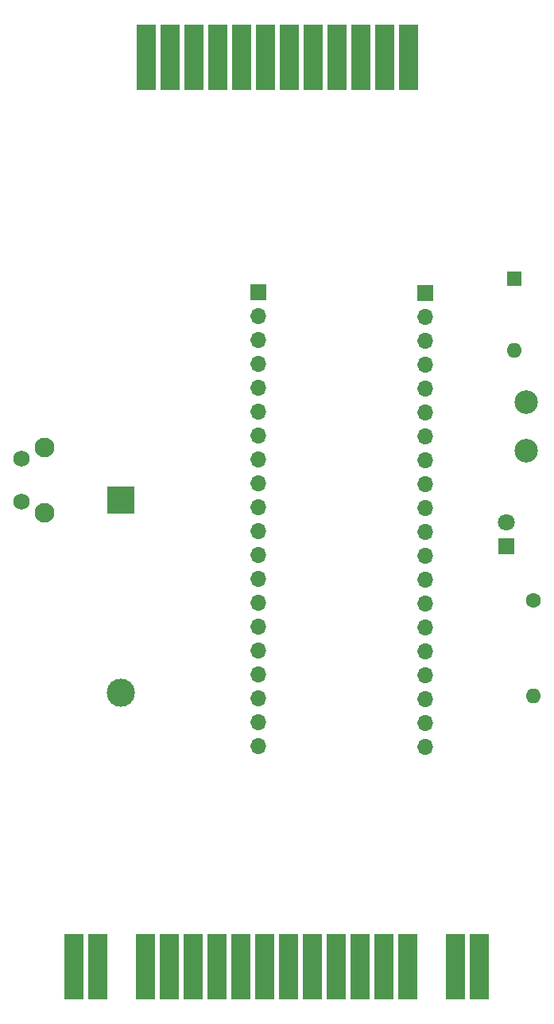
<source format=gbr>
%TF.GenerationSoftware,KiCad,Pcbnew,8.0.6*%
%TF.CreationDate,2024-11-26T16:01:51+01:00*%
%TF.ProjectId,PicoA10400,5069636f-4131-4303-9430-302e6b696361,rev?*%
%TF.SameCoordinates,Original*%
%TF.FileFunction,Soldermask,Bot*%
%TF.FilePolarity,Negative*%
%FSLAX46Y46*%
G04 Gerber Fmt 4.6, Leading zero omitted, Abs format (unit mm)*
G04 Created by KiCad (PCBNEW 8.0.6) date 2024-11-26 16:01:51*
%MOMM*%
%LPD*%
G01*
G04 APERTURE LIST*
%ADD10C,2.500000*%
%ADD11R,1.600000X1.600000*%
%ADD12O,1.600000X1.600000*%
%ADD13C,1.600000*%
%ADD14R,3.000000X3.000000*%
%ADD15C,3.000000*%
%ADD16R,1.700000X1.700000*%
%ADD17O,1.700000X1.700000*%
%ADD18R,2.000000X7.000000*%
%ADD19C,2.100000*%
%ADD20C,1.750000*%
%ADD21R,1.800000X1.800000*%
%ADD22C,1.800000*%
G04 APERTURE END LIST*
D10*
%TO.C,TP2*%
X131630000Y-140685000D03*
%TD*%
%TO.C,TP1*%
X131630000Y-145875000D03*
%TD*%
D11*
%TO.C,D1*%
X130290000Y-127535000D03*
D12*
X130290000Y-135155000D03*
%TD*%
D13*
%TO.C,R1*%
X132340000Y-161725000D03*
D12*
X132340000Y-171885000D03*
%TD*%
D14*
%TO.C,C1*%
X88390000Y-151120000D03*
D15*
X88390000Y-171610000D03*
%TD*%
D16*
%TO.C,J2*%
X120865000Y-129050000D03*
D17*
X120865000Y-131590000D03*
X120865000Y-134130000D03*
X120865000Y-136670000D03*
X120865000Y-139210000D03*
X120865000Y-141750000D03*
X120865000Y-144290000D03*
X120865000Y-146830000D03*
X120865000Y-149370000D03*
X120865000Y-151910000D03*
X120865000Y-154450000D03*
X120865000Y-156990000D03*
X120865000Y-159530000D03*
X120865000Y-162070000D03*
X120865000Y-164610000D03*
X120865000Y-167150000D03*
X120865000Y-169690000D03*
X120865000Y-172230000D03*
X120865000Y-174770000D03*
X120865000Y-177310000D03*
%TD*%
D16*
%TO.C,J1*%
X103065000Y-129015000D03*
D17*
X103065000Y-131555000D03*
X103065000Y-134095000D03*
X103065000Y-136635000D03*
X103065000Y-139175000D03*
X103065000Y-141715000D03*
X103065000Y-144255000D03*
X103065000Y-146795000D03*
X103065000Y-149335000D03*
X103065000Y-151875000D03*
X103065000Y-154415000D03*
X103065000Y-156955000D03*
X103065000Y-159495000D03*
X103065000Y-162035000D03*
X103065000Y-164575000D03*
X103065000Y-167115000D03*
X103065000Y-169655000D03*
X103065000Y-172195000D03*
X103065000Y-174735000D03*
X103065000Y-177275000D03*
%TD*%
D18*
%TO.C,U1*%
X91130000Y-104000000D03*
X93670000Y-104000000D03*
X96210000Y-104000000D03*
X98750000Y-104000000D03*
X101290000Y-104000000D03*
X103830000Y-104000000D03*
X106370000Y-104000000D03*
X108910000Y-104000000D03*
X111450000Y-104000000D03*
X113990000Y-104000000D03*
X116530000Y-104000000D03*
X119070000Y-104000000D03*
%TD*%
%TO.C,U2*%
X126590000Y-200700000D03*
X124050000Y-200700000D03*
X118970000Y-200700000D03*
X116430000Y-200700000D03*
X113890000Y-200700000D03*
X111350000Y-200700000D03*
X108810000Y-200700000D03*
X106270000Y-200700000D03*
X103730000Y-200700000D03*
X101190000Y-200700000D03*
X98650000Y-200700000D03*
X96110000Y-200700000D03*
X93570000Y-200700000D03*
X91030000Y-200700000D03*
X85950000Y-200700000D03*
X83410000Y-200700000D03*
%TD*%
D19*
%TO.C,SW1*%
X80320000Y-152465000D03*
X80320000Y-145455000D03*
D20*
X77830000Y-151215000D03*
X77830000Y-146715000D03*
%TD*%
D21*
%TO.C,D2*%
X129515000Y-156010000D03*
D22*
X129515000Y-153470000D03*
%TD*%
M02*

</source>
